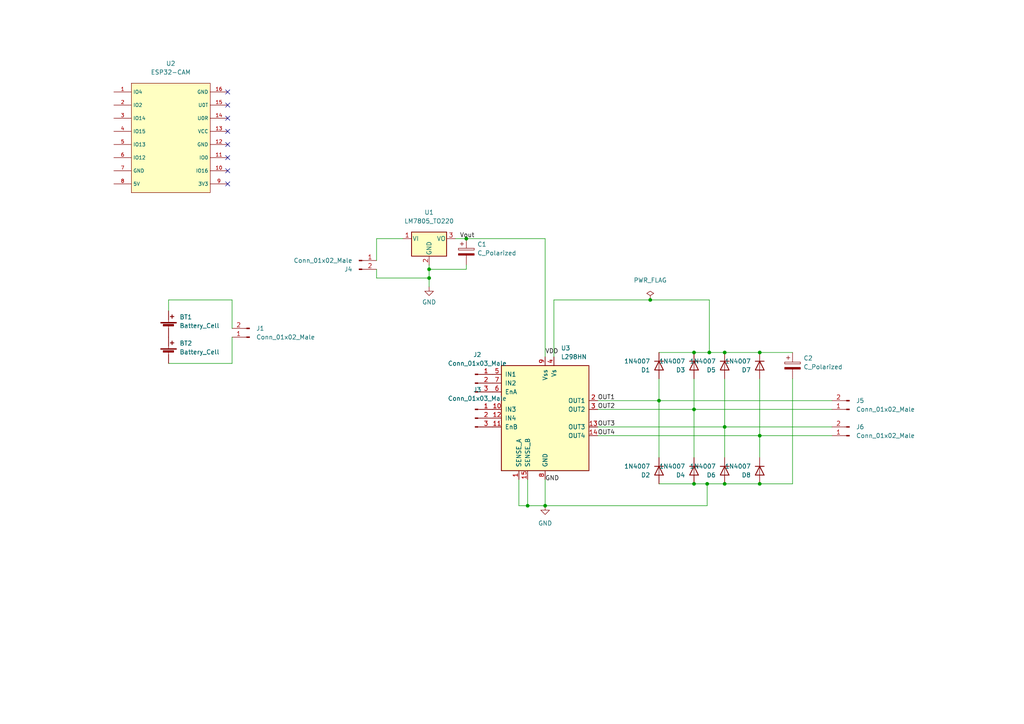
<source format=kicad_sch>
(kicad_sch (version 20211123) (generator eeschema)
  (paper "A4")
  (lib_symbols
    (symbol "Connector:Conn_01x02_Male" (pin_names (offset 1.016) hide)
      (property "Reference" "J" (at 0 2.54 0))
      (property "Value" "Conn_01x02_Male" (at 0 -5.08 0))
      (symbol "Conn_01x02_Male_1_1"
        (polyline (pts (xy 1.27 -2.54) (xy 0.8636 -2.54)) (stroke (width 0.1524)))
        (polyline (pts (xy 1.27 0) (xy 0.8636 0)) (stroke (width 0.1524)))
        (rectangle (start 0.8636 -2.413) (end 0 -2.667) (stroke (width 0.1524)) (fill (type outline)))
        (rectangle (start 0.8636 0.127) (end 0 -0.127) (stroke (width 0.1524)) (fill (type outline)))
        (pin passive line (at 5.08 0 180) (length 3.81) (name "Pin_1") (number "1"))
        (pin passive line (at 5.08 -2.54 180) (length 3.81) (name "Pin_2") (number "2"))
      )
    )
    (symbol "Connector:Conn_01x03_Male" (pin_names (offset 1.016) hide)
      (property "Reference" "J" (at 0 5.08 0))
      (property "Value" "Conn_01x03_Male" (at 0 -5.08 0))
      (symbol "Conn_01x03_Male_1_1"
        (polyline (pts (xy 1.27 -2.54) (xy 0.8636 -2.54)) (stroke (width 0.1524)))
        (polyline (pts (xy 1.27 0) (xy 0.8636 0)) (stroke (width 0.1524)))
        (polyline (pts (xy 1.27 2.54) (xy 0.8636 2.54)) (stroke (width 0.1524)))
        (rectangle (start 0.8636 -2.413) (end 0 -2.667) (stroke (width 0.1524)) (fill (type outline)))
        (rectangle (start 0.8636 0.127) (end 0 -0.127) (stroke (width 0.1524)) (fill (type outline)))
        (rectangle (start 0.8636 2.667) (end 0 2.413) (stroke (width 0.1524)) (fill (type outline)))
        (pin passive line (at 5.08 2.54 180) (length 3.81) (name "Pin_1") (number "1"))
        (pin passive line (at 5.08 0 180) (length 3.81) (name "Pin_2") (number "2"))
        (pin passive line (at 5.08 -2.54 180) (length 3.81) (name "Pin_3") (number "3"))
      )
    )
    (symbol "Device:Battery_Cell" (pin_numbers hide) (pin_names (offset 0) hide)
      (property "Reference" "BT" (at 2.54 2.54 0))
      (property "Value" "Battery_Cell" (at 2.54 0 0))
      (symbol "Battery_Cell_0_1"
        (rectangle (start -2.286 1.778) (end 2.286 1.524) (fill (type outline)))
        (rectangle (start -1.5748 1.1938) (end 1.4732 0.6858) (fill (type outline)))
        (polyline (pts (xy 0 0.762) (xy 0 0)))
        (polyline (pts (xy 0 1.778) (xy 0 2.54)))
        (polyline (pts (xy 0.508 3.429) (xy 1.524 3.429)) (stroke (width 0.254)))
        (polyline (pts (xy 1.016 3.937) (xy 1.016 2.921)) (stroke (width 0.254)))
      )
      (symbol "Battery_Cell_1_1"
        (pin passive line (at 0 5.08 270) (length 2.54) (name "+") (number "1"))
        (pin passive line (at 0 -2.54 90) (length 2.54) (name "-") (number "2"))
      )
    )
    (symbol "Device:C_Polarized" (pin_numbers hide) (pin_names (offset 0.254))
      (property "Reference" "C" (at 0.635 2.54 0))
      (property "Value" "C_Polarized" (at 0.635 -2.54 0))
      (symbol "C_Polarized_0_1"
        (rectangle (start -2.286 0.508) (end 2.286 1.016))
        (polyline (pts (xy -1.778 2.286) (xy -0.762 2.286)))
        (polyline (pts (xy -1.27 2.794) (xy -1.27 1.778)))
        (rectangle (start 2.286 -0.508) (end -2.286 -1.016) (fill (type outline)))
      )
      (symbol "C_Polarized_1_1"
        (pin passive line (at 0 3.81 270) (length 2.794) (name "~") (number "1"))
        (pin passive line (at 0 -3.81 90) (length 2.794) (name "~") (number "2"))
      )
    )
    (symbol "Diode:1N4007" (pin_numbers hide) (pin_names (offset 1.016) hide)
      (property "Reference" "D" (at 0 2.54 0))
      (property "Value" "1N4007" (at 0 -2.54 0))
      (symbol "1N4007_0_1"
        (polyline (pts (xy -1.27 1.27) (xy -1.27 -1.27)) (stroke (width 0.254)))
        (polyline (pts (xy 1.27 0) (xy -1.27 0)))
        (polyline (pts (xy 1.27 1.27) (xy 1.27 -1.27) (xy -1.27 0) (xy 1.27 1.27)) (stroke (width 0.254)))
      )
      (symbol "1N4007_1_1"
        (pin passive line (at -3.81 0 0) (length 2.54) (name "K") (number "1"))
        (pin passive line (at 3.81 0 180) (length 2.54) (name "A") (number "2"))
      )
    )
    (symbol "Driver_Motor:L298HN" (pin_names (offset 1.016))
      (property "Reference" "U" (at -10.16 16.51 0))
      (property "Value" "L298HN" (at 12.7 16.51 0))
      (symbol "L298HN_0_1"
        (rectangle (start -12.7 15.24) (end 12.7 -15.24) (stroke (width 0.254)) (fill (type background)))
      )
      (symbol "L298HN_1_1"
        (pin power_in line (at -7.62 -17.78 90) (length 2.54) (name "SENSE_A") (number "1"))
        (pin input line (at -15.24 2.54 0) (length 2.54) (name "IN3") (number "10"))
        (pin input line (at -15.24 -2.54 0) (length 2.54) (name "EnB") (number "11"))
        (pin input line (at -15.24 0 0) (length 2.54) (name "IN4") (number "12"))
        (pin output line (at 15.24 -2.54 180) (length 2.54) (name "OUT3") (number "13"))
        (pin output line (at 15.24 -5.08 180) (length 2.54) (name "OUT4") (number "14"))
        (pin power_in line (at -5.08 -17.78 90) (length 2.54) (name "SENSE_B") (number "15"))
        (pin output line (at 15.24 5.08 180) (length 2.54) (name "OUT1") (number "2"))
        (pin output line (at 15.24 2.54 180) (length 2.54) (name "OUT2") (number "3"))
        (pin power_in line (at 2.54 17.78 270) (length 2.54) (name "Vs") (number "4"))
        (pin input line (at -15.24 12.7 0) (length 2.54) (name "IN1") (number "5"))
        (pin input line (at -15.24 7.62 0) (length 2.54) (name "EnA") (number "6"))
        (pin input line (at -15.24 10.16 0) (length 2.54) (name "IN2") (number "7"))
        (pin power_in line (at 0 -17.78 90) (length 2.54) (name "GND") (number "8"))
        (pin power_in line (at 0 17.78 270) (length 2.54) (name "Vss") (number "9"))
      )
    )
    (symbol "ESP:ESP32-CAM"
      (property "Reference" "U" (at 0 -1.27 0))
      (property "Value" "ESP32-CAM" (at 0 1.27 0))
      (symbol "ESP32-CAM_0_0"
        (pin bidirectional line (at -16.51 12.7 0) (length 5.08) (name "IO4") (number "1"))
        (pin bidirectional line (at 16.51 -10.16 180) (length 5.08) (name "IO16") (number "10"))
        (pin bidirectional line (at 16.51 -6.35 180) (length 5.08) (name "IO0") (number "11"))
        (pin power_in line (at 16.51 -2.54 180) (length 5.08) (name "GND") (number "12"))
        (pin power_out line (at 16.51 1.27 180) (length 5.08) (name "VCC") (number "13"))
        (pin bidirectional line (at 16.51 5.08 180) (length 5.08) (name "U0R") (number "14"))
        (pin bidirectional line (at 16.51 8.89 180) (length 5.08) (name "U0T") (number "15"))
        (pin power_in line (at 16.51 12.7 180) (length 5.08) (name "GND") (number "16"))
        (pin bidirectional line (at -16.51 8.89 0) (length 5.08) (name "IO2") (number "2"))
        (pin bidirectional line (at -16.51 5.08 0) (length 5.08) (name "IO14") (number "3"))
        (pin bidirectional line (at -16.51 1.27 0) (length 5.08) (name "IO15") (number "4"))
        (pin bidirectional line (at -16.51 -2.54 0) (length 5.08) (name "IO13") (number "5"))
        (pin bidirectional line (at -16.51 -6.35 0) (length 5.08) (name "IO12") (number "6"))
        (pin power_in line (at -16.51 -10.16 0) (length 5.08) (name "GND") (number "7"))
        (pin power_in line (at -16.51 -13.97 0) (length 5.08) (name "5V") (number "8"))
        (pin power_in line (at 16.51 -13.97 180) (length 5.08) (name "3V3") (number "9"))
      )
      (symbol "ESP32-CAM_0_1"
        (rectangle (start -11.43 15.24) (end 11.43 -16.51) (fill (type background)))
      )
    )
    (symbol "Regulator_Linear:LM7805_TO220" (pin_names (offset 0.254))
      (property "Reference" "U" (at -3.81 3.175 0))
      (property "Value" "LM7805_TO220" (at 0 3.175 0))
      (symbol "LM7805_TO220_0_1"
        (rectangle (start -5.08 1.905) (end 5.08 -5.08) (stroke (width 0.254)) (fill (type background)))
      )
      (symbol "LM7805_TO220_1_1"
        (pin power_in line (at -7.62 0 0) (length 2.54) (name "VI") (number "1"))
        (pin power_in line (at 0 -7.62 90) (length 2.54) (name "GND") (number "2"))
        (pin power_out line (at 7.62 0 180) (length 2.54) (name "VO") (number "3"))
      )
    )
    (symbol "power:GND" (power) (pin_names (offset 0))
      (property "Value" "GND" (at 0 -3.81 0))
      (symbol "GND_0_1"
        (polyline (pts (xy 0 0) (xy 0 -1.27) (xy 1.27 -1.27) (xy 0 -2.54) (xy -1.27 -1.27) (xy 0 -1.27)))
      )
      (symbol "GND_1_1"
        (pin power_in line (at 0 0 270) (length 0) hide (name "GND") (number "1"))
      )
    )
    (symbol "power:PWR_FLAG" (power) (pin_numbers hide) (pin_names (offset 0) hide)
      (property "Value" "PWR_FLAG" (at 0 3.81 0))
      (symbol "PWR_FLAG_0_0"
        (pin power_out line (at 0 0 90) (length 0) (name "pwr") (number "1"))
      )
      (symbol "PWR_FLAG_0_1"
        (polyline (pts (xy 0 0) (xy 0 1.27) (xy -1.016 1.905) (xy 0 2.54) (xy 1.016 1.905) (xy 0 1.27)))
      )
    )
  )
  (junction (at 220.345 126.365))
  (junction (at 210.185 140.335))
  (junction (at 220.345 102.235))
  (junction (at 201.295 140.335))
  (junction (at 158.115 146.685))
  (junction (at 153.035 146.685))
  (junction (at 205.105 140.335))
  (junction (at 220.345 140.335))
  (junction (at 124.46 80.645))
  (junction (at 188.595 86.995))
  (junction (at 210.185 102.235))
  (junction (at 205.74 102.235))
  (junction (at 135.255 69.215))
  (junction (at 191.135 116.205))
  (junction (at 201.295 118.745))
  (junction (at 201.295 102.235))
  (junction (at 210.185 123.825))
  (junction (at 124.46 78.105))
  (no_connect (at 66.04 30.48))
  (no_connect (at 66.04 26.67))
  (no_connect (at 66.04 38.1))
  (no_connect (at 66.04 34.29))
  (no_connect (at 66.04 41.91))
  (no_connect (at 66.04 45.72))
  (no_connect (at 66.04 53.34))
  (no_connect (at 66.04 49.53))
  (wire (pts (xy 135.255 69.215) (xy 158.115 69.215)))
  (wire (pts (xy 67.31 97.79) (xy 67.31 105.41)))
  (wire (pts (xy 220.345 109.855) (xy 220.345 126.365)))
  (wire (pts (xy 210.185 123.825) (xy 241.3 123.825)))
  (wire (pts (xy 150.495 139.065) (xy 150.495 146.685)))
  (wire (pts (xy 201.295 102.235) (xy 205.74 102.235)))
  (wire (pts (xy 153.035 146.685) (xy 158.115 146.685)))
  (wire (pts (xy 191.135 116.205) (xy 191.135 132.715)))
  (wire (pts (xy 48.895 86.995) (xy 67.31 86.995)))
  (wire (pts (xy 67.31 86.995) (xy 67.31 95.25)))
  (wire (pts (xy 210.185 102.235) (xy 220.345 102.235)))
  (wire (pts (xy 210.185 123.825) (xy 210.185 132.715)))
  (wire (pts (xy 160.655 86.995) (xy 188.595 86.995)))
  (wire (pts (xy 124.46 78.105) (xy 124.46 80.645)))
  (wire (pts (xy 173.355 118.745) (xy 201.295 118.745)))
  (wire (pts (xy 173.355 116.205) (xy 191.135 116.205)))
  (wire (pts (xy 135.255 76.835) (xy 135.255 78.105)))
  (wire (pts (xy 150.495 146.685) (xy 153.035 146.685)))
  (wire (pts (xy 160.655 103.505) (xy 160.655 86.995)))
  (wire (pts (xy 191.135 140.335) (xy 201.295 140.335)))
  (wire (pts (xy 205.74 102.235) (xy 210.185 102.235)))
  (wire (pts (xy 67.31 105.41) (xy 48.895 105.41)))
  (wire (pts (xy 124.46 76.835) (xy 124.46 78.105)))
  (wire (pts (xy 132.08 69.215) (xy 135.255 69.215)))
  (wire (pts (xy 188.595 86.995) (xy 205.74 86.995)))
  (wire (pts (xy 205.105 140.335) (xy 205.105 146.685)))
  (wire (pts (xy 210.185 109.855) (xy 210.185 123.825)))
  (wire (pts (xy 191.135 102.235) (xy 201.295 102.235)))
  (wire (pts (xy 109.22 80.645) (xy 124.46 80.645)))
  (wire (pts (xy 158.115 139.065) (xy 158.115 146.685)))
  (wire (pts (xy 205.105 140.335) (xy 210.185 140.335)))
  (wire (pts (xy 220.345 102.235) (xy 229.87 102.235)))
  (wire (pts (xy 201.295 118.745) (xy 201.295 132.715)))
  (wire (pts (xy 158.115 69.215) (xy 158.115 103.505)))
  (wire (pts (xy 201.295 118.745) (xy 241.3 118.745)))
  (wire (pts (xy 109.22 75.565) (xy 109.22 69.215)))
  (wire (pts (xy 153.035 139.065) (xy 153.035 146.685)))
  (wire (pts (xy 173.355 123.825) (xy 210.185 123.825)))
  (wire (pts (xy 210.185 140.335) (xy 220.345 140.335)))
  (wire (pts (xy 201.295 140.335) (xy 205.105 140.335)))
  (wire (pts (xy 173.355 126.365) (xy 220.345 126.365)))
  (wire (pts (xy 109.22 78.105) (xy 109.22 80.645)))
  (wire (pts (xy 220.345 126.365) (xy 220.345 132.715)))
  (wire (pts (xy 205.74 86.995) (xy 205.74 102.235)))
  (wire (pts (xy 205.105 146.685) (xy 158.115 146.685)))
  (wire (pts (xy 191.135 109.855) (xy 191.135 116.205)))
  (wire (pts (xy 201.295 109.855) (xy 201.295 118.745)))
  (wire (pts (xy 109.22 69.215) (xy 116.84 69.215)))
  (wire (pts (xy 124.46 78.105) (xy 135.255 78.105)))
  (wire (pts (xy 124.46 80.645) (xy 124.46 83.185)))
  (wire (pts (xy 229.87 109.855) (xy 229.87 140.335)))
  (wire (pts (xy 220.345 140.335) (xy 229.87 140.335)))
  (wire (pts (xy 48.895 86.995) (xy 48.895 90.17)))
  (wire (pts (xy 191.135 116.205) (xy 241.3 116.205)))
  (wire (pts (xy 220.345 126.365) (xy 241.3 126.365)))
  (label "VDD" (at 158.115 102.87 0))
  (label "OUT1" (at 173.355 116.205 0))
  (label "Vout" (at 133.35 69.215 0))
  (label "OUT4" (at 173.355 126.365 0))
  (label "OUT2" (at 173.355 118.745 0))
  (label "GND" (at 158.115 139.7 0))
  (label "OUT3" (at 173.355 123.825 0))
  (symbol (lib_id "power:PWR_FLAG") (at 188.595 86.995 0) (unit 1)
    (property "Reference" "#FLG0101" (effects hide))
    (property "Value" "PWR_FLAG" (at 188.595 81.28 0))
  )
  (symbol (lib_id "Connector:Conn_01x02_Male") (at 72.39 97.79 180) (unit 1)
    (property "Reference" "J1" (at 74.295 95.2499 0) (effects (justify right)))
    (property "Value" "Conn_01x02_Male" (at 74.295 97.7899 0) (effects (justify right)))
    (property "Footprint" "Connector_PinHeader_1.00mm:PinHeader_1x02_P1.00mm_Vertical" (effects hide))
  )
  (symbol (lib_id "power:GND") (at 124.46 83.185 0) (unit 1)
    (property "Reference" "#PWR01" (effects hide))
    (property "Value" "GND" (at 124.46 87.63 0))
  )
  (symbol (lib_id "Diode:1N4007") (at 201.295 106.045 270) (unit 1)
    (property "Reference" "D3" (at 198.755 107.3151 90) (effects (justify right)))
    (property "Value" "1N4007" (at 198.755 104.7751 90) (effects (justify right)))
    (property "Footprint" "Diode_THT:D_DO-41_SOD81_P10.16mm_Horizontal" (effects hide))
    (property "Datasheet" "http://www.vishay.com/docs/88503/1n4001.pdf" (effects hide))
  )
  (symbol (lib_id "Diode:1N4007") (at 220.345 106.045 270) (unit 1)
    (property "Reference" "D7" (at 217.805 107.3151 90) (effects (justify right)))
    (property "Value" "1N4007" (at 217.805 104.7751 90) (effects (justify right)))
    (property "Footprint" "Diode_THT:D_DO-41_SOD81_P10.16mm_Horizontal" (effects hide))
    (property "Datasheet" "http://www.vishay.com/docs/88503/1n4001.pdf" (effects hide))
  )
  (symbol (lib_id "Diode:1N4007") (at 191.135 106.045 270) (unit 1)
    (property "Reference" "D1" (at 188.595 107.3151 90) (effects (justify right)))
    (property "Value" "1N4007" (at 188.595 104.7751 90) (effects (justify right)))
    (property "Footprint" "Diode_THT:D_DO-41_SOD81_P10.16mm_Horizontal" (effects hide))
    (property "Datasheet" "http://www.vishay.com/docs/88503/1n4001.pdf" (effects hide))
  )
  (symbol (lib_id "Connector:Conn_01x03_Male") (at 137.795 111.125 0) (unit 1)
    (property "Reference" "J2" (at 138.43 102.87 0))
    (property "Value" "Conn_01x03_Male" (at 138.43 105.41 0))
    (property "Footprint" "Connector_PinHeader_1.00mm:PinHeader_1x03_P1.00mm_Vertical" (effects hide))
  )
  (symbol (lib_id "Diode:1N4007") (at 220.345 136.525 270) (unit 1)
    (property "Reference" "D8" (at 217.805 137.7951 90) (effects (justify right)))
    (property "Value" "1N4007" (at 217.805 135.2551 90) (effects (justify right)))
    (property "Footprint" "Diode_THT:D_DO-41_SOD81_P10.16mm_Horizontal" (effects hide))
    (property "Datasheet" "http://www.vishay.com/docs/88503/1n4001.pdf" (effects hide))
  )
  (symbol (lib_id "Device:C_Polarized") (at 135.255 73.025 0) (unit 1)
    (property "Reference" "C1" (at 138.43 70.8659 0) (effects (justify left)))
    (property "Value" "C_Polarized" (at 138.43 73.4059 0) (effects (justify left)))
    (property "Footprint" "Capacitor_SMD:CP_Elec_3x5.3" (effects hide))
  )
  (symbol (lib_id "Driver_Motor:L298HN") (at 158.115 121.285 0) (unit 1)
    (property "Reference" "U3" (at 162.6744 100.965 0) (effects (justify left)))
    (property "Value" "L298HN" (at 162.6744 103.505 0) (effects (justify left)))
    (property "Footprint" "L298:L298N" (effects hide))
    (property "Datasheet" "http://www.st.com/st-web-ui/static/active/en/resource/technical/document/datasheet/CD00000240.pdf" (effects hide))
  )
  (symbol (lib_id "Regulator_Linear:LM7805_TO220") (at 124.46 69.215 0) (unit 1)
    (property "Reference" "U1" (at 124.46 61.595 0))
    (property "Value" "LM7805_TO220" (at 124.46 64.135 0))
    (property "Footprint" "Package_TO_SOT_THT:TO-220-3_Vertical" (effects hide))
    (property "Datasheet" "https://www.onsemi.cn/PowerSolutions/document/MC7800-D.PDF" (effects hide))
  )
  (symbol (lib_id "Connector:Conn_01x02_Male") (at 246.38 126.365 180) (unit 1)
    (property "Reference" "J6" (at 248.285 123.8249 0) (effects (justify right)))
    (property "Value" "Conn_01x02_Male" (at 248.285 126.3649 0) (effects (justify right)))
    (property "Footprint" "Connector_PinHeader_1.00mm:PinHeader_1x02_P1.00mm_Vertical" (effects hide))
  )
  (symbol (lib_id "Device:C_Polarized") (at 229.87 106.045 0) (unit 1)
    (property "Reference" "C2" (at 233.045 103.8859 0) (effects (justify left)))
    (property "Value" "C_Polarized" (at 233.045 106.4259 0) (effects (justify left)))
    (property "Footprint" "Capacitor_SMD:CP_Elec_3x5.3" (effects hide))
  )
  (symbol (lib_id "Diode:1N4007") (at 191.135 136.525 270) (unit 1)
    (property "Reference" "D2" (at 188.595 137.7951 90) (effects (justify right)))
    (property "Value" "1N4007" (at 188.595 135.2551 90) (effects (justify right)))
    (property "Footprint" "Diode_THT:D_DO-41_SOD81_P10.16mm_Horizontal" (effects hide))
    (property "Datasheet" "http://www.vishay.com/docs/88503/1n4001.pdf" (effects hide))
  )
  (symbol (lib_id "Diode:1N4007") (at 210.185 136.525 270) (unit 1)
    (property "Reference" "D6" (at 207.645 137.7951 90) (effects (justify right)))
    (property "Value" "1N4007" (at 207.645 135.2551 90) (effects (justify right)))
    (property "Footprint" "Diode_THT:D_DO-41_SOD81_P10.16mm_Horizontal" (effects hide))
    (property "Datasheet" "http://www.vishay.com/docs/88503/1n4001.pdf" (effects hide))
  )
  (symbol (lib_id "Connector:Conn_01x02_Male") (at 104.14 75.565 0) (unit 1)
    (property "Reference" "J4" (at 102.235 78.1051 0) (effects (justify right)))
    (property "Value" "Conn_01x02_Male" (at 102.235 75.5651 0) (effects (justify right)))
    (property "Footprint" "Connector_PinHeader_1.00mm:PinHeader_1x02_P1.00mm_Vertical" (effects hide))
  )
  (symbol (lib_id "Connector:Conn_01x03_Male") (at 137.795 121.285 0) (unit 1)
    (property "Reference" "J3" (at 138.43 113.03 0))
    (property "Value" "Conn_01x03_Male" (at 138.43 115.57 0))
    (property "Footprint" "Connector_PinHeader_1.00mm:PinHeader_1x03_P1.00mm_Vertical" (effects hide))
  )
  (symbol (lib_id "Diode:1N4007") (at 201.295 136.525 270) (unit 1)
    (property "Reference" "D4" (at 198.755 137.7951 90) (effects (justify right)))
    (property "Value" "1N4007" (at 198.755 135.2551 90) (effects (justify right)))
    (property "Footprint" "Diode_THT:D_DO-41_SOD81_P10.16mm_Horizontal" (effects hide))
    (property "Datasheet" "http://www.vishay.com/docs/88503/1n4001.pdf" (effects hide))
  )
  (symbol (lib_id "Diode:1N4007") (at 210.185 106.045 270) (unit 1)
    (property "Reference" "D5" (at 207.645 107.3151 90) (effects (justify right)))
    (property "Value" "1N4007" (at 207.645 104.7751 90) (effects (justify right)))
    (property "Footprint" "Diode_THT:D_DO-41_SOD81_P10.16mm_Horizontal" (effects hide))
    (property "Datasheet" "http://www.vishay.com/docs/88503/1n4001.pdf" (effects hide))
  )
  (symbol (lib_id "Device:Battery_Cell") (at 48.895 102.87 0) (unit 1)
    (property "Reference" "BT2" (at 52.07 99.5679 0) (effects (justify left)))
    (property "Value" "Battery_Cell" (at 52.07 102.1079 0) (effects (justify left)))
    (property "Footprint" "Battery:BatteryHolder_MPD_BH-18650-PC2" (effects hide))
  )
  (symbol (lib_id "power:GND") (at 158.115 146.685 0) (unit 1)
    (property "Reference" "#PWR02" (effects hide))
    (property "Value" "GND" (at 158.115 151.765 0))
  )
  (symbol (lib_id "ESP:ESP32-CAM") (at 49.53 39.37 0) (unit 1)
    (property "Reference" "U2" (at 49.53 18.415 0))
    (property "Value" "ESP32-CAM" (at 49.53 20.955 0))
    (property "Footprint" "ESP:ESP32-CAM" (effects hide))
  )
  (symbol (lib_id "Connector:Conn_01x02_Male") (at 246.38 118.745 180) (unit 1)
    (property "Reference" "J5" (at 248.285 116.2049 0) (effects (justify right)))
    (property "Value" "Conn_01x02_Male" (at 248.285 118.7449 0) (effects (justify right)))
    (property "Footprint" "Connector_PinHeader_1.00mm:PinHeader_1x02_P1.00mm_Vertical" (effects hide))
  )
  (symbol (lib_id "Device:Battery_Cell") (at 48.895 95.25 0) (unit 1)
    (property "Reference" "BT1" (at 52.07 91.9479 0) (effects (justify left)))
    (property "Value" "Battery_Cell" (at 52.07 94.4879 0) (effects (justify left)))
    (property "Footprint" "Battery:BatteryHolder_MPD_BH-18650-PC2" (effects hide))
  )
)
</source>
